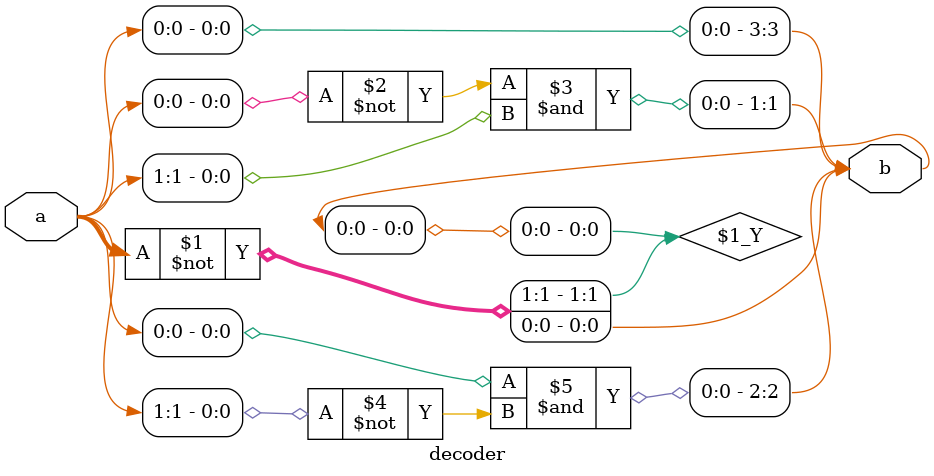
<source format=v>
`timescale 1ns / 1ps


module decoder(input [1:0] a, output [3:0] b);
    and and_1(b[0],~a);
    and and_2(b[1],~a[0], a[1]);
    and and_3(b[2], a[0], ~a[1]);
    and and_4(b[3], a); 
endmodule

</source>
